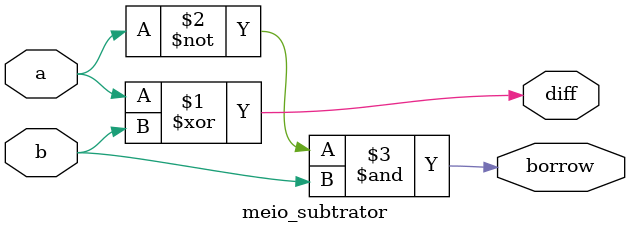
<source format=v>
`timescale 1ns/1ps

module meio_subtrator (
    input  wire a,      // minuendo
    input  wire b,      // subtraendo
    output wire diff,   // diferença
    output wire borrow  // empréstimo
);
    // Atribuições contínuas representam a lógica combinacional
    assign diff   = a ^ b;     // XOR produz a diferença
    assign borrow = (~a) & b;  // Empréstimo quando a=0 e b=1
endmodule

</source>
